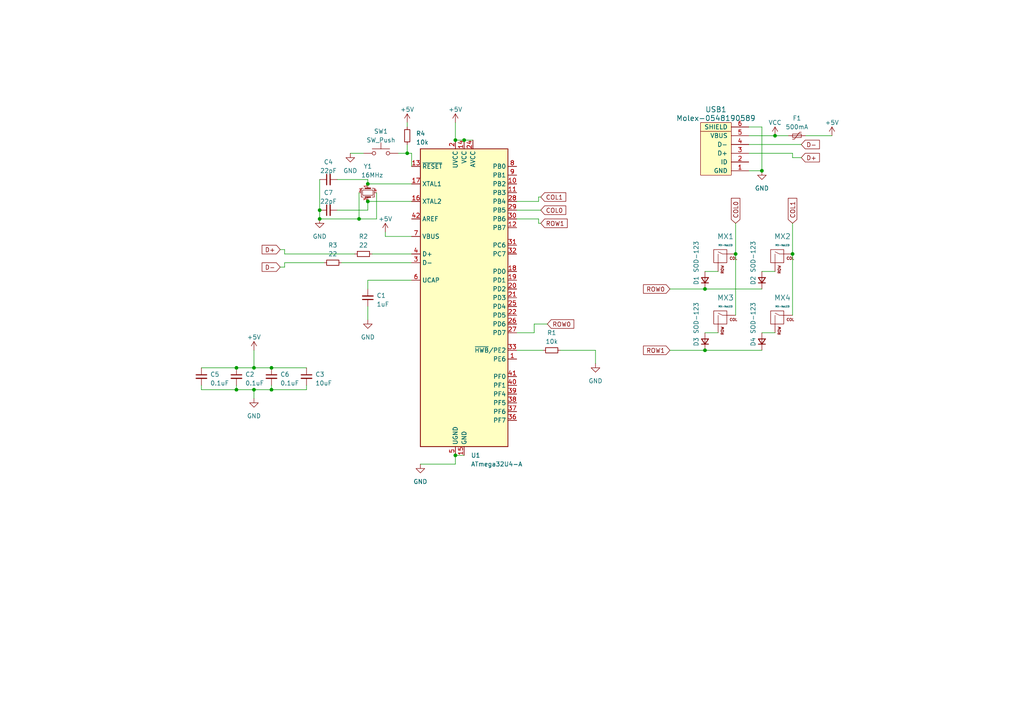
<source format=kicad_sch>
(kicad_sch (version 20230121) (generator eeschema)
  (paper "A4")
  (lib_symbols
    (symbol "Device:C_Small" (pin_numbers hide) (pin_names (offset 0.254) hide)
      (property "Reference" "C" (at 0.254 1.778 0))
      (property "Value" "C_Small" (at 0.254 -2.032 0))
      (symbol "C_Small_0_1"
        (polyline (pts (xy -1.524 -0.508) (xy 1.524 -0.508)) (stroke (width 0.3302)))
        (polyline (pts (xy -1.524 0.508) (xy 1.524 0.508)) (stroke (width 0.3048)))
      )
      (symbol "C_Small_1_1"
        (pin passive line (at 0 2.54 270) (length 2.032) (name "~") (number "1"))
        (pin passive line (at 0 -2.54 90) (length 2.032) (name "~") (number "2"))
      )
    )
    (symbol "Device:Crystal_GND24_Small" (pin_names (offset 1.016) hide)
      (property "Reference" "Y" (at 1.27 4.445 0))
      (property "Value" "Crystal_GND24_Small" (at 1.27 2.54 0))
      (symbol "Crystal_GND24_Small_0_1"
        (rectangle (start -0.762 -1.524) (end 0.762 1.524))
        (polyline (pts (xy -1.27 -0.762) (xy -1.27 0.762)) (stroke (width 0.381)))
        (polyline (pts (xy 1.27 -0.762) (xy 1.27 0.762)) (stroke (width 0.381)))
        (polyline (pts (xy -1.27 -1.27) (xy -1.27 -1.905) (xy 1.27 -1.905) (xy 1.27 -1.27)))
        (polyline (pts (xy -1.27 1.27) (xy -1.27 1.905) (xy 1.27 1.905) (xy 1.27 1.27)))
      )
      (symbol "Crystal_GND24_Small_1_1"
        (pin passive line (at -2.54 0 0) (length 1.27) (name "1") (number "1"))
        (pin passive line (at 0 -2.54 90) (length 0.635) (name "2") (number "2"))
        (pin passive line (at 2.54 0 180) (length 1.27) (name "3") (number "3"))
        (pin passive line (at 0 2.54 270) (length 0.635) (name "4") (number "4"))
      )
    )
    (symbol "Device:D_Small" (pin_numbers hide) (pin_names (offset 0.254) hide)
      (property "Reference" "D" (at -1.27 2.032 0))
      (property "Value" "D_Small" (at -3.81 -2.032 0))
      (symbol "D_Small_0_1"
        (polyline (pts (xy -0.762 -1.016) (xy -0.762 1.016)) (stroke (width 0.254)))
        (polyline (pts (xy -0.762 0) (xy 0.762 0)))
        (polyline (pts (xy 0.762 -1.016) (xy -0.762 0) (xy 0.762 1.016) (xy 0.762 -1.016)) (stroke (width 0.254)))
      )
      (symbol "D_Small_1_1"
        (pin passive line (at -2.54 0 0) (length 1.778) (name "K") (number "1"))
        (pin passive line (at 2.54 0 180) (length 1.778) (name "A") (number "2"))
      )
    )
    (symbol "Device:Polyfuse_Small" (pin_numbers hide) (pin_names (offset 0))
      (property "Reference" "F" (at -1.905 0 90))
      (property "Value" "Polyfuse_Small" (at 1.905 0 90))
      (symbol "Polyfuse_Small_0_1"
        (rectangle (start -0.508 1.27) (end 0.508 -1.27))
        (polyline (pts (xy 0 2.54) (xy 0 -2.54)))
        (polyline (pts (xy -1.016 1.27) (xy -1.016 0.762) (xy 1.016 -0.762) (xy 1.016 -1.27)))
      )
      (symbol "Polyfuse_Small_1_1"
        (pin passive line (at 0 2.54 270) (length 0.635) (name "~") (number "1"))
        (pin passive line (at 0 -2.54 90) (length 0.635) (name "~") (number "2"))
      )
    )
    (symbol "Device:R_Small" (pin_numbers hide) (pin_names (offset 0.254) hide)
      (property "Reference" "R" (at 0.762 0.508 0))
      (property "Value" "R_Small" (at 0.762 -1.016 0))
      (symbol "R_Small_0_1"
        (rectangle (start -0.762 1.778) (end 0.762 -1.778) (stroke (width 0.2032)))
      )
      (symbol "R_Small_1_1"
        (pin passive line (at 0 2.54 270) (length 0.762) (name "~") (number "1"))
        (pin passive line (at 0 -2.54 90) (length 0.762) (name "~") (number "2"))
      )
    )
    (symbol "MCU_Microchip_ATmega:ATmega32U4-A"
      (property "Reference" "U" (at -12.7 44.45 0))
      (property "Value" "ATmega32U4-A" (at 2.54 -44.45 0))
      (symbol "ATmega32U4-A_0_1"
        (rectangle (start -12.7 -43.18) (end 12.7 43.18) (stroke (width 0.254)) (fill (type background)))
      )
      (symbol "ATmega32U4-A_1_1"
        (pin bidirectional line (at 15.24 -17.78 180) (length 2.54) (name "PE6") (number "1"))
        (pin bidirectional line (at 15.24 33.02 180) (length 2.54) (name "PB2") (number "10"))
        (pin bidirectional line (at 15.24 30.48 180) (length 2.54) (name "PB3") (number "11"))
        (pin bidirectional line (at 15.24 20.32 180) (length 2.54) (name "PB7") (number "12"))
        (pin input line (at -15.24 38.1 0) (length 2.54) (name "~{RESET}") (number "13"))
        (pin power_in line (at 0 45.72 270) (length 2.54) (name "VCC") (number "14"))
        (pin power_in line (at 0 -45.72 90) (length 2.54) (name "GND") (number "15"))
        (pin output line (at -15.24 27.94 0) (length 2.54) (name "XTAL2") (number "16"))
        (pin input line (at -15.24 33.02 0) (length 2.54) (name "XTAL1") (number "17"))
        (pin bidirectional line (at 15.24 7.62 180) (length 2.54) (name "PD0") (number "18"))
        (pin bidirectional line (at 15.24 5.08 180) (length 2.54) (name "PD1") (number "19"))
        (pin power_in line (at -2.54 45.72 270) (length 2.54) (name "UVCC") (number "2"))
        (pin bidirectional line (at 15.24 2.54 180) (length 2.54) (name "PD2") (number "20"))
        (pin bidirectional line (at 15.24 0 180) (length 2.54) (name "PD3") (number "21"))
        (pin bidirectional line (at 15.24 -5.08 180) (length 2.54) (name "PD5") (number "22"))
        (pin passive line (at 0 -45.72 90) (length 2.54) hide (name "GND") (number "23"))
        (pin power_in line (at 2.54 45.72 270) (length 2.54) (name "AVCC") (number "24"))
        (pin bidirectional line (at 15.24 -2.54 180) (length 2.54) (name "PD4") (number "25"))
        (pin bidirectional line (at 15.24 -7.62 180) (length 2.54) (name "PD6") (number "26"))
        (pin bidirectional line (at 15.24 -10.16 180) (length 2.54) (name "PD7") (number "27"))
        (pin bidirectional line (at 15.24 27.94 180) (length 2.54) (name "PB4") (number "28"))
        (pin bidirectional line (at 15.24 25.4 180) (length 2.54) (name "PB5") (number "29"))
        (pin bidirectional line (at -15.24 10.16 0) (length 2.54) (name "D-") (number "3"))
        (pin bidirectional line (at 15.24 22.86 180) (length 2.54) (name "PB6") (number "30"))
        (pin bidirectional line (at 15.24 15.24 180) (length 2.54) (name "PC6") (number "31"))
        (pin bidirectional line (at 15.24 12.7 180) (length 2.54) (name "PC7") (number "32"))
        (pin bidirectional line (at 15.24 -15.24 180) (length 2.54) (name "~{HWB}/PE2") (number "33"))
        (pin passive line (at 0 45.72 270) (length 2.54) hide (name "VCC") (number "34"))
        (pin passive line (at 0 -45.72 90) (length 2.54) hide (name "GND") (number "35"))
        (pin bidirectional line (at 15.24 -35.56 180) (length 2.54) (name "PF7") (number "36"))
        (pin bidirectional line (at 15.24 -33.02 180) (length 2.54) (name "PF6") (number "37"))
        (pin bidirectional line (at 15.24 -30.48 180) (length 2.54) (name "PF5") (number "38"))
        (pin bidirectional line (at 15.24 -27.94 180) (length 2.54) (name "PF4") (number "39"))
        (pin bidirectional line (at -15.24 12.7 0) (length 2.54) (name "D+") (number "4"))
        (pin bidirectional line (at 15.24 -25.4 180) (length 2.54) (name "PF1") (number "40"))
        (pin bidirectional line (at 15.24 -22.86 180) (length 2.54) (name "PF0") (number "41"))
        (pin passive line (at -15.24 22.86 0) (length 2.54) (name "AREF") (number "42"))
        (pin passive line (at 0 -45.72 90) (length 2.54) hide (name "GND") (number "43"))
        (pin passive line (at 2.54 45.72 270) (length 2.54) hide (name "AVCC") (number "44"))
        (pin passive line (at -2.54 -45.72 90) (length 2.54) (name "UGND") (number "5"))
        (pin passive line (at -15.24 5.08 0) (length 2.54) (name "UCAP") (number "6"))
        (pin input line (at -15.24 17.78 0) (length 2.54) (name "VBUS") (number "7"))
        (pin bidirectional line (at 15.24 38.1 180) (length 2.54) (name "PB0") (number "8"))
        (pin bidirectional line (at 15.24 35.56 180) (length 2.54) (name "PB1") (number "9"))
      )
    )
    (symbol "MX_Alps_Hybrid:MX-NoLED" (pin_names (offset 1.016))
      (property "Reference" "MX" (at -0.635 3.81 0))
      (property "Value" "MX-NoLED" (at -0.635 1.27 0))
      (symbol "MX-NoLED_0_0"
        (rectangle (start -2.54 2.54) (end 1.27 -1.27))
        (polyline (pts (xy -1.27 -1.27) (xy -1.27 1.27)) (stroke (width 0.127)))
        (polyline (pts (xy 1.27 1.27) (xy 0 1.27) (xy -1.27 1.905)) (stroke (width 0.127)))
        (text "COL" (at 3.175 0 0) (effects (font (size 0.762 0.762))))
        (text "ROW" (at 0 -1.905 900) (effects (font (size 0.762 0.762)) (justify right)))
      )
      (symbol "MX-NoLED_1_1"
        (pin passive line (at 3.81 1.27 180) (length 2.54) (name "COL") (number "1"))
        (pin passive line (at -1.27 -3.81 90) (length 2.54) (name "ROW") (number "2"))
      )
    )
    (symbol "Switch:SW_Push" (pin_numbers hide) (pin_names (offset 1.016) hide)
      (property "Reference" "SW" (at 1.27 2.54 0))
      (property "Value" "SW_Push" (at 0 -1.524 0))
      (symbol "SW_Push_0_1"
        (circle (center -2.032 0) (radius 0.508))
        (polyline (pts (xy 0 1.27) (xy 0 3.048)))
        (polyline (pts (xy 2.54 1.27) (xy -2.54 1.27)))
        (circle (center 2.032 0) (radius 0.508))
        (pin passive line (at -5.08 0 0) (length 2.54) (name "1") (number "1"))
        (pin passive line (at 5.08 0 180) (length 2.54) (name "2") (number "2"))
      )
    )
    (symbol "power:+5V" (power) (pin_names (offset 0))
      (property "Value" "+5V" (at 0 3.556 0))
      (symbol "+5V_0_1"
        (polyline (pts (xy -0.762 1.27) (xy 0 2.54)))
        (polyline (pts (xy 0 0) (xy 0 2.54)))
        (polyline (pts (xy 0 2.54) (xy 0.762 1.27)))
      )
      (symbol "+5V_1_1"
        (pin power_in line (at 0 0 90) (length 0) hide (name "+5V") (number "1"))
      )
    )
    (symbol "power:GND" (power) (pin_names (offset 0))
      (property "Value" "GND" (at 0 -3.81 0))
      (symbol "GND_0_1"
        (polyline (pts (xy 0 0) (xy 0 -1.27) (xy 1.27 -1.27) (xy 0 -2.54) (xy -1.27 -1.27) (xy 0 -1.27)))
      )
      (symbol "GND_1_1"
        (pin power_in line (at 0 0 270) (length 0) hide (name "GND") (number "1"))
      )
    )
    (symbol "power:VCC" (power) (pin_names (offset 0))
      (property "Value" "VCC" (at 0 3.81 0))
      (symbol "VCC_0_1"
        (polyline (pts (xy -0.762 1.27) (xy 0 2.54)))
        (polyline (pts (xy 0 0) (xy 0 2.54)))
        (polyline (pts (xy 0 2.54) (xy 0.762 1.27)))
      )
      (symbol "VCC_1_1"
        (pin power_in line (at 0 0 90) (length 0) hide (name "VCC") (number "1"))
      )
    )
    (symbol "random-keyboard-parts:Molex-0548190589" (pin_names (offset 1.016))
      (property "Reference" "USB" (at 0 7.62 0))
      (property "Value" "Molex-0548190589" (at 0 10.16 0))
      (symbol "Molex-0548190589_0_0"
        (polyline (pts (xy 6.35 -2.54) (xy 6.35 6.35)))
        (rectangle (start 8.89 -2.54) (end -6.35 6.35) (fill (type background)))
      )
      (symbol "Molex-0548190589_1_1"
        (pin input line (at -5.08 -7.62 90) (length 5.08) (name "GND") (number "1"))
        (pin input line (at -2.54 -7.62 90) (length 5.08) (name "ID") (number "2"))
        (pin input line (at 0 -7.62 90) (length 5.08) (name "D+") (number "3"))
        (pin input line (at 2.54 -7.62 90) (length 5.08) (name "D-") (number "4"))
        (pin input line (at 5.08 -7.62 90) (length 5.08) (name "VBUS") (number "5"))
        (pin input line (at 7.62 -7.62 90) (length 5.08) (name "SHIELD") (number "6"))
      )
    )
  )
  (junction (at 92.71 63.5))
  (junction (at 213.36 73.66))
  (junction (at 118.11 44.45))
  (junction (at 106.68 58.42))
  (junction (at 132.08 132.08))
  (junction (at 220.98 49.53))
  (junction (at 78.74 106.68))
  (junction (at 134.62 40.64))
  (junction (at 204.47 101.6))
  (junction (at 73.66 113.03))
  (junction (at 229.87 73.66))
  (junction (at 92.71 60.96))
  (junction (at 78.74 113.03))
  (junction (at 132.08 40.64))
  (junction (at 73.66 106.68))
  (junction (at 68.58 113.03))
  (junction (at 204.47 83.82))
  (junction (at 106.68 53.34))
  (junction (at 224.79 39.37))
  (junction (at 104.14 63.5))
  (junction (at 68.58 106.68))
  (wire (pts (xy 134.62 40.64) (xy 132.08 40.64)))
  (wire (pts (xy 82.55 73.66) (xy 102.87 73.66)))
  (wire (pts (xy 118.11 44.45) (xy 115.57 44.45)))
  (wire (pts (xy 68.58 111.76) (xy 68.58 113.03)))
  (wire (pts (xy 81.28 72.39) (xy 82.55 72.39)))
  (wire (pts (xy 154.94 93.98) (xy 158.75 93.98)))
  (wire (pts (xy 106.68 53.34) (xy 119.38 53.34)))
  (wire (pts (xy 229.87 44.45) (xy 229.87 45.72)))
  (wire (pts (xy 58.42 113.03) (xy 58.42 111.76)))
  (wire (pts (xy 204.47 101.6) (xy 220.98 101.6)))
  (wire (pts (xy 92.71 60.96) (xy 92.71 63.5)))
  (wire (pts (xy 97.79 60.96) (xy 106.68 60.96)))
  (wire (pts (xy 78.74 106.68) (xy 88.9 106.68)))
  (wire (pts (xy 111.76 68.58) (xy 119.38 68.58)))
  (wire (pts (xy 106.68 81.28) (xy 106.68 83.82)))
  (wire (pts (xy 217.17 49.53) (xy 220.98 49.53)))
  (wire (pts (xy 213.36 73.66) (xy 213.36 91.44)))
  (wire (pts (xy 104.14 63.5) (xy 109.22 63.5)))
  (wire (pts (xy 82.55 76.2) (xy 93.98 76.2)))
  (wire (pts (xy 118.11 41.91) (xy 118.11 44.45)))
  (wire (pts (xy 220.98 78.74) (xy 224.79 78.74)))
  (wire (pts (xy 119.38 81.28) (xy 106.68 81.28)))
  (wire (pts (xy 213.36 64.77) (xy 213.36 73.66)))
  (wire (pts (xy 149.86 101.6) (xy 157.48 101.6)))
  (wire (pts (xy 81.28 77.47) (xy 82.55 77.47)))
  (wire (pts (xy 172.72 101.6) (xy 172.72 105.41)))
  (wire (pts (xy 99.06 76.2) (xy 119.38 76.2)))
  (wire (pts (xy 88.9 111.76) (xy 88.9 113.03)))
  (wire (pts (xy 224.79 39.37) (xy 228.6 39.37)))
  (wire (pts (xy 107.95 73.66) (xy 119.38 73.66)))
  (wire (pts (xy 106.68 52.07) (xy 106.68 53.34)))
  (wire (pts (xy 156.21 57.15) (xy 156.845 57.15)))
  (wire (pts (xy 109.22 55.88) (xy 109.22 63.5)))
  (wire (pts (xy 229.87 73.66) (xy 229.87 91.44)))
  (wire (pts (xy 73.66 113.03) (xy 78.74 113.03)))
  (wire (pts (xy 132.08 132.08) (xy 134.62 132.08)))
  (wire (pts (xy 73.66 101.6) (xy 73.66 106.68)))
  (wire (pts (xy 73.66 113.03) (xy 73.66 115.57)))
  (wire (pts (xy 154.94 96.52) (xy 154.94 93.98)))
  (wire (pts (xy 204.47 78.74) (xy 208.28 78.74)))
  (wire (pts (xy 134.62 40.64) (xy 137.16 40.64)))
  (wire (pts (xy 204.47 83.82) (xy 220.98 83.82)))
  (wire (pts (xy 233.68 39.37) (xy 241.3 39.37)))
  (wire (pts (xy 82.55 72.39) (xy 82.55 73.66)))
  (wire (pts (xy 106.68 58.42) (xy 119.38 58.42)))
  (wire (pts (xy 217.17 41.91) (xy 232.41 41.91)))
  (wire (pts (xy 217.17 36.83) (xy 220.98 36.83)))
  (wire (pts (xy 156.21 58.42) (xy 149.86 58.42)))
  (wire (pts (xy 156.21 63.5) (xy 149.86 63.5)))
  (wire (pts (xy 149.86 96.52) (xy 154.94 96.52)))
  (wire (pts (xy 194.31 83.82) (xy 204.47 83.82)))
  (wire (pts (xy 217.17 44.45) (xy 229.87 44.45)))
  (wire (pts (xy 149.86 60.96) (xy 156.845 60.96)))
  (wire (pts (xy 132.08 35.56) (xy 132.08 40.64)))
  (wire (pts (xy 106.68 88.9) (xy 106.68 92.71)))
  (wire (pts (xy 217.17 39.37) (xy 224.79 39.37)))
  (wire (pts (xy 119.38 48.26) (xy 119.38 44.45)))
  (wire (pts (xy 58.42 106.68) (xy 68.58 106.68)))
  (wire (pts (xy 88.9 113.03) (xy 78.74 113.03)))
  (wire (pts (xy 68.58 113.03) (xy 58.42 113.03)))
  (wire (pts (xy 119.38 44.45) (xy 118.11 44.45)))
  (wire (pts (xy 156.21 57.15) (xy 156.21 58.42)))
  (wire (pts (xy 194.31 101.6) (xy 204.47 101.6)))
  (wire (pts (xy 111.76 67.31) (xy 111.76 68.58)))
  (wire (pts (xy 68.58 113.03) (xy 73.66 113.03)))
  (wire (pts (xy 204.47 96.52) (xy 208.28 96.52)))
  (wire (pts (xy 121.92 134.62) (xy 132.08 134.62)))
  (wire (pts (xy 101.6 44.45) (xy 105.41 44.45)))
  (wire (pts (xy 106.68 60.96) (xy 106.68 58.42)))
  (wire (pts (xy 92.71 63.5) (xy 104.14 63.5)))
  (wire (pts (xy 82.55 77.47) (xy 82.55 76.2)))
  (wire (pts (xy 156.21 64.77) (xy 156.21 63.5)))
  (wire (pts (xy 229.87 45.72) (xy 232.41 45.72)))
  (wire (pts (xy 220.98 96.52) (xy 224.79 96.52)))
  (wire (pts (xy 118.11 35.56) (xy 118.11 36.83)))
  (wire (pts (xy 73.66 106.68) (xy 78.74 106.68)))
  (wire (pts (xy 104.14 55.88) (xy 104.14 63.5)))
  (wire (pts (xy 92.71 52.07) (xy 92.71 60.96)))
  (wire (pts (xy 162.56 101.6) (xy 172.72 101.6)))
  (wire (pts (xy 156.21 64.77) (xy 156.845 64.77)))
  (wire (pts (xy 132.08 134.62) (xy 132.08 132.08)))
  (wire (pts (xy 97.79 52.07) (xy 106.68 52.07)))
  (wire (pts (xy 220.98 36.83) (xy 220.98 49.53)))
  (wire (pts (xy 229.87 64.77) (xy 229.87 73.66)))
  (wire (pts (xy 78.74 113.03) (xy 78.74 111.76)))
  (wire (pts (xy 68.58 106.68) (xy 73.66 106.68)))
  (global_label "D-" (shape input) (at 232.41 41.91 0) (property "Intersheetrefs" "${INTERSHEET_REFS}" (effects hide)))
  (global_label "ROW1" (shape input) (at 194.31 101.6 180) (property "Intersheetrefs" "${INTERSHEET_REFS}" (effects hide)))
  (global_label "COL1" (shape input) (at 156.845 57.15 0) (property "Intersheetrefs" "${INTERSHEET_REFS}" (effects hide)))
  (global_label "D+" (shape input) (at 81.28 72.39 180) (property "Intersheetrefs" "${INTERSHEET_REFS}" (effects hide)))
  (global_label "D+" (shape input) (at 232.41 45.72 0) (property "Intersheetrefs" "${INTERSHEET_REFS}" (effects hide)))
  (global_label "ROW0" (shape input) (at 158.75 93.98 0) (property "Intersheetrefs" "${INTERSHEET_REFS}" (effects hide)))
  (global_label "COL0" (shape input) (at 213.36 64.77 90) (property "Intersheetrefs" "${INTERSHEET_REFS}" (effects hide)))
  (global_label "D-" (shape input) (at 81.28 77.47 180) (property "Intersheetrefs" "${INTERSHEET_REFS}" (effects hide)))
  (global_label "ROW1" (shape input) (at 156.845 64.77 0) (property "Intersheetrefs" "${INTERSHEET_REFS}" (effects hide)))
  (global_label "COL0" (shape input) (at 156.845 60.96 0) (property "Intersheetrefs" "${INTERSHEET_REFS}" (effects hide)))
  (global_label "ROW0" (shape input) (at 194.31 83.82 180) (property "Intersheetrefs" "${INTERSHEET_REFS}" (effects hide)))
  (global_label "COL1" (shape input) (at 229.87 64.77 90) (property "Intersheetrefs" "${INTERSHEET_REFS}" (effects hide)))
  (symbol (lib_id "Switch:SW_Push") (at 110.49 44.45 0) (unit 1)
    (property "Reference" "SW1" (at 110.49 38.1 0))
    (property "Value" "SW_Push" (at 110.49 40.64 0))
    (property "Footprint" "random-keyboard-parts:SKQG-1155865" (effects hide))
  )
  (symbol (lib_id "Device:Crystal_GND24_Small") (at 106.68 55.88 270) (unit 1)
    (property "Reference" "Y1" (at 106.68 48.26 90))
    (property "Value" "16MHz" (at 107.95 50.8 90))
    (property "Footprint" "Crystal:Crystal_SMD_3225-4Pin_3.2x2.5mm_HandSoldering" (effects hide))
  )
  (symbol (lib_id "power:+5V") (at 73.66 101.6 0) (unit 1)
    (property "Reference" "#PWR05" (effects hide))
    (property "Value" "+5V" (at 73.66 97.79 0))
  )
  (symbol (lib_id "power:GND") (at 106.68 92.71 0) (unit 1)
    (property "Reference" "#PWR04" (effects hide))
    (property "Value" "GND" (at 106.68 97.79 0))
  )
  (symbol (lib_id "random-keyboard-parts:Molex-0548190589") (at 209.55 44.45 90) (unit 1)
    (property "Reference" "USB1" (at 207.645 31.75 90) (effects (font (size 1.524 1.524))))
    (property "Value" "Molex-0548190589" (at 207.645 34.29 90) (effects (font (size 1.524 1.524))))
    (property "Footprint" "random-keyboard-parts:Molex-0548190589" (effects hide))
  )
  (symbol (lib_id "power:GND") (at 92.71 63.5 0) (unit 1)
    (property "Reference" "#PWR08" (effects hide))
    (property "Value" "GND" (at 92.71 68.58 0))
  )
  (symbol (lib_id "power:GND") (at 172.72 105.41 0) (unit 1)
    (property "Reference" "#PWR03" (effects hide))
    (property "Value" "GND" (at 172.72 110.49 0))
  )
  (symbol (lib_id "power:GND") (at 220.98 49.53 0) (unit 1)
    (property "Reference" "#PWR013" (effects hide))
    (property "Value" "GND" (at 220.98 54.61 0))
  )
  (symbol (lib_id "Device:R_Small") (at 118.11 39.37 0) (unit 1)
    (property "Reference" "R4" (at 120.65 38.735 0) (effects (justify left)))
    (property "Value" "10k" (at 120.65 41.275 0) (effects (justify left)))
    (property "Footprint" "Resistor_SMD:R_0805_2012Metric" (effects hide))
  )
  (symbol (lib_id "MX_Alps_Hybrid:MX-NoLED") (at 209.55 74.93 0) (unit 1)
    (property "Reference" "MX1" (at 210.4332 68.58 0) (effects (font (size 1.524 1.524))))
    (property "Value" "MX-NoLED" (at 210.4332 71.12 0) (effects (font (size 0.508 0.508))))
    (property "Footprint" "MX_Alps_Hybrid:MX-1U-NoLED" (effects hide))
  )
  (symbol (lib_id "power:VCC") (at 224.79 39.37 0) (unit 1)
    (property "Reference" "#PWR011" (effects hide))
    (property "Value" "VCC" (at 224.79 35.56 0))
  )
  (symbol (lib_id "MX_Alps_Hybrid:MX-NoLED") (at 209.55 92.71 0) (unit 1)
    (property "Reference" "MX3" (at 210.4332 86.36 0) (effects (font (size 1.524 1.524))))
    (property "Value" "MX-NoLED" (at 210.4332 88.9 0) (effects (font (size 0.508 0.508))))
    (property "Footprint" "MX_Alps_Hybrid:MX-1U-NoLED" (effects hide))
  )
  (symbol (lib_id "MX_Alps_Hybrid:MX-NoLED") (at 226.06 92.71 0) (unit 1)
    (property "Reference" "MX4" (at 226.9432 86.36 0) (effects (font (size 1.524 1.524))))
    (property "Value" "MX-NoLED" (at 226.9432 88.9 0) (effects (font (size 0.508 0.508))))
    (property "Footprint" "MX_Alps_Hybrid:MX-1U-NoLED" (effects hide))
  )
  (symbol (lib_id "power:+5V") (at 132.08 35.56 0) (unit 1)
    (property "Reference" "#PWR01" (effects hide))
    (property "Value" "+5V" (at 132.08 31.75 0))
  )
  (symbol (lib_id "Device:D_Small") (at 220.98 99.06 90) (unit 1)
    (property "Reference" "D4" (at 218.44 97.79 0) (effects (justify right)))
    (property "Value" "SOD-123" (at 218.44 87.63 0) (effects (justify right)))
    (property "Footprint" "Diode_SMD:D_SOD-123" (effects hide))
    (property "Sim.Device" "D" (effects hide))
    (property "Sim.Pins" "1=K 2=A" (effects hide))
  )
  (symbol (lib_id "Device:Polyfuse_Small") (at 231.14 39.37 90) (unit 1)
    (property "Reference" "F1" (at 231.14 34.29 90))
    (property "Value" "500mA" (at 231.14 36.83 90))
    (property "Footprint" "Fuse:Fuse_1206_3216Metric" (effects hide))
  )
  (symbol (lib_id "power:GND") (at 121.92 134.62 0) (unit 1)
    (property "Reference" "#PWR02" (effects hide))
    (property "Value" "GND" (at 121.92 139.7 0))
  )
  (symbol (lib_id "Device:C_Small") (at 68.58 109.22 0) (unit 1)
    (property "Reference" "C2" (at 71.12 108.5913 0) (effects (justify left)))
    (property "Value" "0.1uF" (at 71.12 111.1313 0) (effects (justify left)))
    (property "Footprint" "Capacitor_SMD:C_0805_2012Metric" (effects hide))
  )
  (symbol (lib_id "MCU_Microchip_ATmega:ATmega32U4-A") (at 134.62 86.36 0) (unit 1)
    (property "Reference" "U1" (at 136.5759 132.08 0) (effects (justify left)))
    (property "Value" "ATmega32U4-A" (at 136.5759 134.62 0) (effects (justify left)))
    (property "Footprint" "Package_QFP:TQFP-44_10x10mm_P0.8mm" (effects hide))
    (property "Datasheet" "http://ww1.microchip.com/downloads/en/DeviceDoc/Atmel-7766-8-bit-AVR-ATmega16U4-32U4_Datasheet.pdf" (effects hide))
  )
  (symbol (lib_id "power:GND") (at 101.6 44.45 0) (unit 1)
    (property "Reference" "#PWR09" (effects hide))
    (property "Value" "GND" (at 101.6 49.53 0))
  )
  (symbol (lib_id "Device:C_Small") (at 88.9 109.22 0) (unit 1)
    (property "Reference" "C3" (at 91.44 108.5913 0) (effects (justify left)))
    (property "Value" "10uF" (at 91.44 111.1313 0) (effects (justify left)))
    (property "Footprint" "Capacitor_SMD:C_0805_2012Metric" (effects hide))
  )
  (symbol (lib_id "Device:D_Small") (at 220.98 81.28 90) (unit 1)
    (property "Reference" "D2" (at 218.44 80.01 0) (effects (justify right)))
    (property "Value" "SOD-123" (at 218.44 69.85 0) (effects (justify right)))
    (property "Footprint" "Diode_SMD:D_SOD-123" (effects hide))
    (property "Sim.Device" "D" (effects hide))
    (property "Sim.Pins" "1=K 2=A" (effects hide))
  )
  (symbol (lib_id "Device:C_Small") (at 95.25 60.96 90) (unit 1)
    (property "Reference" "C7" (at 95.2563 55.88 90))
    (property "Value" "22pF" (at 95.2563 58.42 90))
    (property "Footprint" "Capacitor_SMD:C_0805_2012Metric" (effects hide))
  )
  (symbol (lib_id "Device:R_Small") (at 96.52 76.2 90) (unit 1)
    (property "Reference" "R3" (at 96.52 71.12 90))
    (property "Value" "22" (at 96.52 73.66 90))
    (property "Footprint" "Resistor_SMD:R_0805_2012Metric" (effects hide))
  )
  (symbol (lib_id "power:+5V") (at 241.3 39.37 0) (unit 1)
    (property "Reference" "#PWR012" (effects hide))
    (property "Value" "+5V" (at 241.3 35.56 0))
  )
  (symbol (lib_id "Device:D_Small") (at 204.47 99.06 90) (unit 1)
    (property "Reference" "D3" (at 201.93 97.79 0) (effects (justify right)))
    (property "Value" "SOD-123" (at 201.93 87.63 0) (effects (justify right)))
    (property "Footprint" "Diode_SMD:D_SOD-123" (effects hide))
    (property "Sim.Device" "D" (effects hide))
    (property "Sim.Pins" "1=K 2=A" (effects hide))
  )
  (symbol (lib_id "power:+5V") (at 111.76 67.31 0) (unit 1)
    (property "Reference" "#PWR07" (effects hide))
    (property "Value" "+5V" (at 111.76 63.5 0))
  )
  (symbol (lib_id "Device:R_Small") (at 105.41 73.66 90) (unit 1)
    (property "Reference" "R2" (at 105.41 68.58 90))
    (property "Value" "22" (at 105.41 71.12 90))
    (property "Footprint" "Resistor_SMD:R_0805_2012Metric" (effects hide))
  )
  (symbol (lib_id "Device:C_Small") (at 58.42 109.22 0) (unit 1)
    (property "Reference" "C5" (at 60.96 108.5913 0) (effects (justify left)))
    (property "Value" "0.1uF" (at 60.96 111.1313 0) (effects (justify left)))
    (property "Footprint" "Capacitor_SMD:C_0805_2012Metric" (effects hide))
  )
  (symbol (lib_id "Device:C_Small") (at 78.74 109.22 0) (unit 1)
    (property "Reference" "C6" (at 81.28 108.5913 0) (effects (justify left)))
    (property "Value" "0.1uF" (at 81.28 111.1313 0) (effects (justify left)))
    (property "Footprint" "Capacitor_SMD:C_0805_2012Metric" (effects hide))
  )
  (symbol (lib_id "Device:C_Small") (at 95.25 52.07 90) (unit 1)
    (property "Reference" "C4" (at 95.2563 46.99 90))
    (property "Value" "22pF" (at 95.2563 49.53 90))
    (property "Footprint" "Capacitor_SMD:C_0805_2012Metric" (effects hide))
  )
  (symbol (lib_id "Device:R_Small") (at 160.02 101.6 90) (unit 1)
    (property "Reference" "R1" (at 160.02 96.52 90))
    (property "Value" "10k" (at 160.02 99.06 90))
    (property "Footprint" "Resistor_SMD:R_0805_2012Metric" (effects hide))
  )
  (symbol (lib_id "MX_Alps_Hybrid:MX-NoLED") (at 226.06 74.93 0) (unit 1)
    (property "Reference" "MX2" (at 226.9432 68.58 0) (effects (font (size 1.524 1.524))))
    (property "Value" "MX-NoLED" (at 226.9432 71.12 0) (effects (font (size 0.508 0.508))))
    (property "Footprint" "MX_Alps_Hybrid:MX-1U-NoLED" (effects hide))
  )
  (symbol (lib_id "Device:D_Small") (at 204.47 81.28 90) (unit 1)
    (property "Reference" "D1" (at 201.93 80.01 0) (effects (justify right)))
    (property "Value" "SOD-123" (at 201.93 69.85 0) (effects (justify right)))
    (property "Footprint" "Diode_SMD:D_SOD-123" (effects hide))
    (property "Sim.Device" "D" (effects hide))
    (property "Sim.Pins" "1=K 2=A" (effects hide))
  )
  (symbol (lib_id "power:+5V") (at 118.11 35.56 0) (unit 1)
    (property "Reference" "#PWR010" (effects hide))
    (property "Value" "+5V" (at 118.11 31.75 0))
  )
  (symbol (lib_id "Device:C_Small") (at 106.68 86.36 180) (unit 1)
    (property "Reference" "C1" (at 109.22 85.7186 0) (effects (justify right)))
    (property "Value" "1uF" (at 109.22 88.2586 0) (effects (justify right)))
    (property "Footprint" "Capacitor_SMD:C_0805_2012Metric" (effects hide))
  )
  (symbol (lib_id "power:GND") (at 73.66 115.57 0) (unit 1)
    (property "Reference" "#PWR06" (effects hide))
    (property "Value" "GND" (at 73.66 120.65 0))
  )
)
</source>
